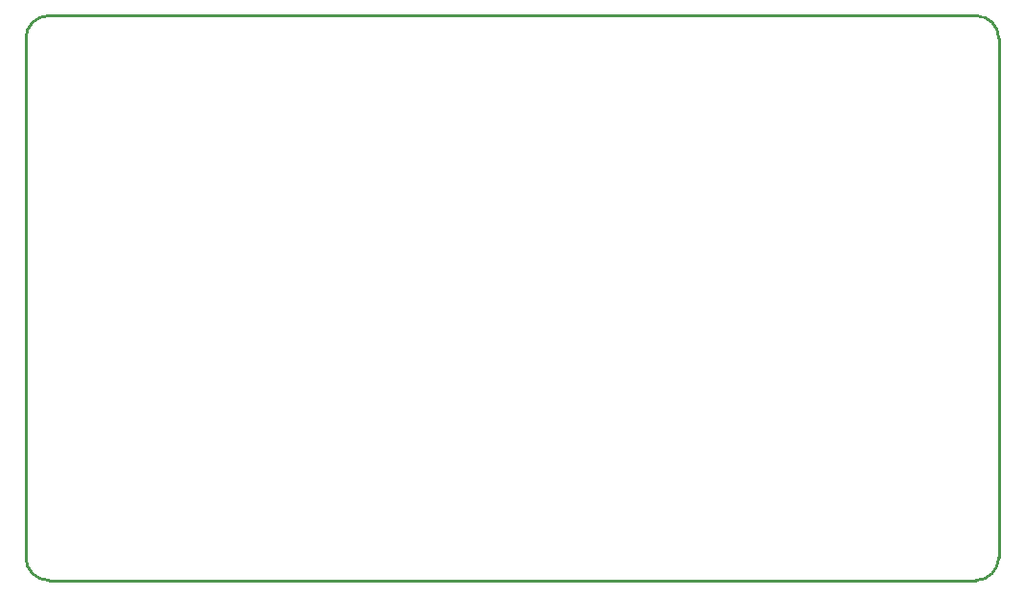
<source format=gko>
G04*
G04 #@! TF.GenerationSoftware,Altium Limited,Altium Designer,18.1.6 (161)*
G04*
G04 Layer_Color=16711935*
%FSLAX25Y25*%
%MOIN*%
G70*
G01*
G75*
%ADD10C,0.01000*%
D10*
X674600Y470465D02*
G03*
X666635Y462500I0J-7965D01*
G01*
Y281665D02*
G03*
X674600Y273700I7965J0D01*
G01*
X1005200Y462500D02*
G03*
X997235Y470465I-7965J0D01*
G01*
X997200Y273700D02*
G03*
X1005165Y281665I0J7965D01*
G01*
X674600Y470465D02*
X997235D01*
X666635Y281665D02*
Y462500D01*
X674600Y273700D02*
X997200D01*
X1005200Y281700D02*
Y462500D01*
M02*

</source>
